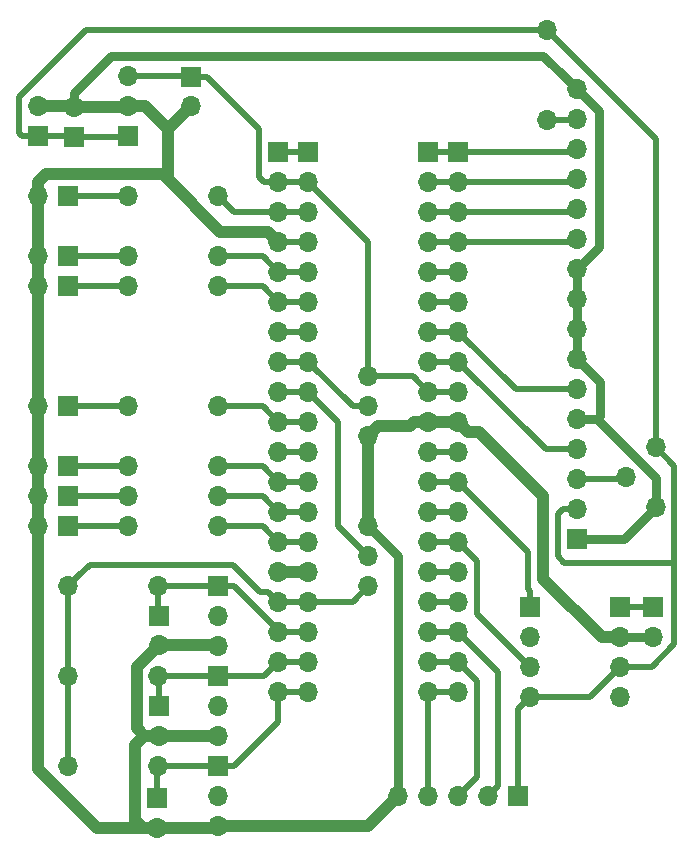
<source format=gbr>
G04 #@! TF.GenerationSoftware,KiCad,Pcbnew,(5.0.1)-4*
G04 #@! TF.CreationDate,2019-04-11T16:09:22-04:00*
G04 #@! TF.ProjectId,EEDesignFinal,454544657369676E46696E616C2E6B69,rev?*
G04 #@! TF.SameCoordinates,Original*
G04 #@! TF.FileFunction,Copper,L1,Top,Signal*
G04 #@! TF.FilePolarity,Positive*
%FSLAX46Y46*%
G04 Gerber Fmt 4.6, Leading zero omitted, Abs format (unit mm)*
G04 Created by KiCad (PCBNEW (5.0.1)-4) date 4/11/2019 4:09:22 PM*
%MOMM*%
%LPD*%
G01*
G04 APERTURE LIST*
G04 #@! TA.AperFunction,ComponentPad*
%ADD10O,1.700000X1.700000*%
G04 #@! TD*
G04 #@! TA.AperFunction,ComponentPad*
%ADD11R,1.700000X1.700000*%
G04 #@! TD*
G04 #@! TA.AperFunction,Conductor*
%ADD12C,0.500000*%
G04 #@! TD*
G04 #@! TA.AperFunction,Conductor*
%ADD13C,1.000000*%
G04 #@! TD*
G04 #@! TA.AperFunction,Conductor*
%ADD14C,0.800000*%
G04 #@! TD*
G04 APERTURE END LIST*
D10*
G04 #@! TO.P,J11,16*
G04 #@! TO.N,/GND*
X88760000Y-64590000D03*
G04 #@! TO.P,J11,15*
G04 #@! TO.N,Net-(J11-Pad15)*
X88760000Y-67130000D03*
G04 #@! TO.P,J11,14*
G04 #@! TO.N,/P1_7*
X88760000Y-69670000D03*
G04 #@! TO.P,J11,13*
G04 #@! TO.N,/P1_6*
X88760000Y-72210000D03*
G04 #@! TO.P,J11,12*
G04 #@! TO.N,/P1_5*
X88760000Y-74750000D03*
G04 #@! TO.P,J11,11*
G04 #@! TO.N,/P1_4*
X88760000Y-77290000D03*
G04 #@! TO.P,J11,10*
G04 #@! TO.N,/GND*
X88760000Y-79830000D03*
G04 #@! TO.P,J11,9*
X88760000Y-82370000D03*
G04 #@! TO.P,J11,8*
X88760000Y-84910000D03*
G04 #@! TO.P,J11,7*
X88760000Y-87450000D03*
G04 #@! TO.P,J11,6*
G04 #@! TO.N,/P1_1*
X88760000Y-89990000D03*
G04 #@! TO.P,J11,5*
G04 #@! TO.N,/GND*
X88760000Y-92530000D03*
G04 #@! TO.P,J11,4*
G04 #@! TO.N,/P1_0*
X88760000Y-95070000D03*
G04 #@! TO.P,J11,3*
G04 #@! TO.N,/contrast*
X88760000Y-97610000D03*
G04 #@! TO.P,J11,2*
G04 #@! TO.N,/Vin*
X88760000Y-100150000D03*
D11*
G04 #@! TO.P,J11,1*
G04 #@! TO.N,/GND*
X88760000Y-102690000D03*
G04 #@! TD*
D10*
G04 #@! TO.P,RV4,1*
G04 #@! TO.N,/VCC_TOOL*
X71120000Y-106680000D03*
G04 #@! TO.P,RV4,2*
G04 #@! TO.N,/P2_1*
X71120000Y-104140000D03*
G04 #@! TO.P,RV4,3*
G04 #@! TO.N,/GND*
X71120000Y-101600000D03*
G04 #@! TD*
G04 #@! TO.P,RV3,1*
G04 #@! TO.N,/VCC_TOOL*
X71120000Y-88900000D03*
G04 #@! TO.P,RV3,2*
G04 #@! TO.N,/P2_0*
X71120000Y-91440000D03*
G04 #@! TO.P,RV3,3*
G04 #@! TO.N,/GND*
X71120000Y-93980000D03*
G04 #@! TD*
G04 #@! TO.P,RV2,1*
G04 #@! TO.N,/Vin*
X95430000Y-94920000D03*
G04 #@! TO.P,RV2,2*
G04 #@! TO.N,/contrast*
X92890000Y-97460000D03*
G04 #@! TO.P,RV2,3*
G04 #@! TO.N,/GND*
X95430000Y-100000000D03*
G04 #@! TD*
G04 #@! TO.P,R11,1*
G04 #@! TO.N,Net-(D7-Pad1)*
X50800000Y-101600000D03*
G04 #@! TO.P,R11,2*
G04 #@! TO.N,/P3_3*
X58420000Y-101600000D03*
G04 #@! TD*
G04 #@! TO.P,R10,1*
G04 #@! TO.N,Net-(D6-Pad1)*
X50800000Y-99060000D03*
G04 #@! TO.P,R10,2*
G04 #@! TO.N,/P3_2*
X58420000Y-99060000D03*
G04 #@! TD*
G04 #@! TO.P,R9,2*
G04 #@! TO.N,/P3_1*
X58420000Y-96520000D03*
G04 #@! TO.P,R9,1*
G04 #@! TO.N,Net-(D5-Pad1)*
X50800000Y-96520000D03*
G04 #@! TD*
G04 #@! TO.P,R8,1*
G04 #@! TO.N,Net-(D4-Pad1)*
X50800000Y-73660000D03*
G04 #@! TO.P,R8,2*
G04 #@! TO.N,/P2_5*
X58420000Y-73660000D03*
G04 #@! TD*
G04 #@! TO.P,R7,1*
G04 #@! TO.N,Net-(D3-Pad1)*
X50800000Y-91440000D03*
G04 #@! TO.P,R7,2*
G04 #@! TO.N,/P2_2*
X58420000Y-91440000D03*
G04 #@! TD*
G04 #@! TO.P,R6,2*
G04 #@! TO.N,/P2_6*
X58420000Y-81280000D03*
G04 #@! TO.P,R6,1*
G04 #@! TO.N,Net-(D2-Pad1)*
X50800000Y-81280000D03*
G04 #@! TD*
G04 #@! TO.P,R5,2*
G04 #@! TO.N,/P2_7*
X58420000Y-78740000D03*
G04 #@! TO.P,R5,1*
G04 #@! TO.N,Net-(D1-Pad1)*
X50800000Y-78740000D03*
G04 #@! TD*
G04 #@! TO.P,R4,1*
G04 #@! TO.N,Net-(J11-Pad15)*
X86220000Y-67220000D03*
G04 #@! TO.P,R4,2*
G04 #@! TO.N,/Vin*
X86220000Y-59600000D03*
G04 #@! TD*
G04 #@! TO.P,R3,1*
G04 #@! TO.N,/P4_0*
X53340000Y-106680000D03*
G04 #@! TO.P,R3,2*
G04 #@! TO.N,/VCC_TOOL*
X45720000Y-106680000D03*
G04 #@! TD*
G04 #@! TO.P,R2,2*
G04 #@! TO.N,/VCC_TOOL*
X45720000Y-114300000D03*
G04 #@! TO.P,R2,1*
G04 #@! TO.N,/P4_1*
X53340000Y-114300000D03*
G04 #@! TD*
G04 #@! TO.P,R1,1*
G04 #@! TO.N,/P4_2*
X53340000Y-121920000D03*
G04 #@! TO.P,R1,2*
G04 #@! TO.N,/VCC_TOOL*
X45720000Y-121920000D03*
G04 #@! TD*
D11*
G04 #@! TO.P,J17,1*
G04 #@! TO.N,/P1_7*
X76200000Y-69885001D03*
D10*
G04 #@! TO.P,J17,2*
G04 #@! TO.N,/P1_6*
X76200000Y-72425001D03*
G04 #@! TO.P,J17,3*
G04 #@! TO.N,/P1_5*
X76200000Y-74965001D03*
G04 #@! TO.P,J17,4*
G04 #@! TO.N,/P1_4*
X76200000Y-77505001D03*
G04 #@! TO.P,J17,5*
G04 #@! TO.N,/P1_3*
X76200000Y-80045001D03*
G04 #@! TO.P,J17,6*
G04 #@! TO.N,/P1_2*
X76200000Y-82585001D03*
G04 #@! TO.P,J17,7*
G04 #@! TO.N,/P1_1*
X76200000Y-85125001D03*
G04 #@! TO.P,J17,8*
G04 #@! TO.N,/P1_0*
X76200000Y-87665001D03*
G04 #@! TO.P,J17,9*
G04 #@! TO.N,/VCC_TOOL*
X76200000Y-90205001D03*
G04 #@! TO.P,J17,10*
G04 #@! TO.N,/GND*
X76200000Y-92745001D03*
G04 #@! TO.P,J17,11*
G04 #@! TO.N,/P3_7*
X76200000Y-95285001D03*
G04 #@! TO.P,J17,12*
G04 #@! TO.N,/P3_6*
X76200000Y-97825001D03*
G04 #@! TO.P,J17,13*
G04 #@! TO.N,/P3_5*
X76200000Y-100365001D03*
G04 #@! TO.P,J17,14*
G04 #@! TO.N,/P3_4*
X76200000Y-102905001D03*
G04 #@! TO.P,J17,15*
G04 #@! TO.N,/P4_7*
X76200000Y-105445001D03*
G04 #@! TO.P,J17,16*
G04 #@! TO.N,/P4_6*
X76200000Y-107985001D03*
G04 #@! TO.P,J17,17*
G04 #@! TO.N,/P4_5*
X76200000Y-110525001D03*
G04 #@! TO.P,J17,18*
G04 #@! TO.N,/P4_4*
X76200000Y-113065001D03*
G04 #@! TO.P,J17,19*
G04 #@! TO.N,/P4_3*
X76200000Y-115605001D03*
G04 #@! TD*
G04 #@! TO.P,J16,19*
G04 #@! TO.N,/P4_2*
X66040000Y-115605001D03*
G04 #@! TO.P,J16,18*
G04 #@! TO.N,/P4_1*
X66040000Y-113065001D03*
G04 #@! TO.P,J16,17*
G04 #@! TO.N,/P4_0*
X66040000Y-110525001D03*
G04 #@! TO.P,J16,16*
G04 #@! TO.N,/VCC_TOOL*
X66040000Y-107985001D03*
G04 #@! TO.P,J16,15*
G04 #@! TO.N,/NC*
X66040000Y-105445001D03*
G04 #@! TO.P,J16,14*
G04 #@! TO.N,/P3_3*
X66040000Y-102905001D03*
G04 #@! TO.P,J16,13*
G04 #@! TO.N,/P3_2*
X66040000Y-100365001D03*
G04 #@! TO.P,J16,12*
G04 #@! TO.N,/P3_1*
X66040000Y-97825001D03*
G04 #@! TO.P,J16,11*
G04 #@! TO.N,/P3_0*
X66040000Y-95285001D03*
G04 #@! TO.P,J16,10*
G04 #@! TO.N,/P2_2*
X66040000Y-92745001D03*
G04 #@! TO.P,J16,9*
G04 #@! TO.N,/P2_1*
X66040000Y-90205001D03*
G04 #@! TO.P,J16,8*
G04 #@! TO.N,/P2_0*
X66040000Y-87665001D03*
G04 #@! TO.P,J16,7*
G04 #@! TO.N,/TDO_TDI*
X66040000Y-85125001D03*
G04 #@! TO.P,J16,6*
G04 #@! TO.N,/P2_6*
X66040000Y-82585001D03*
G04 #@! TO.P,J16,5*
G04 #@! TO.N,/P2_7*
X66040000Y-80045001D03*
G04 #@! TO.P,J16,4*
G04 #@! TO.N,/GND*
X66040000Y-77505001D03*
G04 #@! TO.P,J16,3*
G04 #@! TO.N,/P2_5*
X66040000Y-74965001D03*
G04 #@! TO.P,J16,2*
G04 #@! TO.N,/VCC_TOOL*
X66040000Y-72425001D03*
D11*
G04 #@! TO.P,J16,1*
G04 #@! TO.N,/TEST_VPP*
X66040000Y-69885001D03*
G04 #@! TD*
D10*
G04 #@! TO.P,J12,2*
G04 #@! TO.N,/GND*
X95260000Y-110980000D03*
D11*
G04 #@! TO.P,J12,1*
G04 #@! TO.N,/dac_out*
X95260000Y-108440000D03*
G04 #@! TD*
D10*
G04 #@! TO.P,J10,4*
G04 #@! TO.N,Net-(J10-Pad4)*
X92440000Y-116050000D03*
G04 #@! TO.P,J10,3*
G04 #@! TO.N,/Vin*
X92440000Y-113510000D03*
G04 #@! TO.P,J10,2*
G04 #@! TO.N,/GND*
X92440000Y-110970000D03*
D11*
G04 #@! TO.P,J10,1*
G04 #@! TO.N,/dac_out*
X92440000Y-108430000D03*
G04 #@! TD*
D10*
G04 #@! TO.P,J9,5*
G04 #@! TO.N,/GND*
X73660000Y-124460000D03*
G04 #@! TO.P,J9,4*
G04 #@! TO.N,/P4_3*
X76200000Y-124460000D03*
G04 #@! TO.P,J9,3*
G04 #@! TO.N,/P4_4*
X78740000Y-124460000D03*
G04 #@! TO.P,J9,2*
G04 #@! TO.N,/P4_5*
X81280000Y-124460000D03*
D11*
G04 #@! TO.P,J9,1*
G04 #@! TO.N,/Vin*
X83820000Y-124460000D03*
G04 #@! TD*
D10*
G04 #@! TO.P,J8,19*
G04 #@! TO.N,/P4_3*
X78740000Y-115605001D03*
G04 #@! TO.P,J8,18*
G04 #@! TO.N,/P4_4*
X78740000Y-113065001D03*
G04 #@! TO.P,J8,17*
G04 #@! TO.N,/P4_5*
X78740000Y-110525001D03*
G04 #@! TO.P,J8,16*
G04 #@! TO.N,/P4_6*
X78740000Y-107985001D03*
G04 #@! TO.P,J8,15*
G04 #@! TO.N,/P4_7*
X78740000Y-105445001D03*
G04 #@! TO.P,J8,14*
G04 #@! TO.N,/P3_4*
X78740000Y-102905001D03*
G04 #@! TO.P,J8,13*
G04 #@! TO.N,/P3_5*
X78740000Y-100365001D03*
G04 #@! TO.P,J8,12*
G04 #@! TO.N,/P3_6*
X78740000Y-97825001D03*
G04 #@! TO.P,J8,11*
G04 #@! TO.N,/P3_7*
X78740000Y-95285001D03*
G04 #@! TO.P,J8,10*
G04 #@! TO.N,/GND*
X78740000Y-92745001D03*
G04 #@! TO.P,J8,9*
G04 #@! TO.N,/VCC_TOOL*
X78740000Y-90205001D03*
G04 #@! TO.P,J8,8*
G04 #@! TO.N,/P1_0*
X78740000Y-87665001D03*
G04 #@! TO.P,J8,7*
G04 #@! TO.N,/P1_1*
X78740000Y-85125001D03*
G04 #@! TO.P,J8,6*
G04 #@! TO.N,/P1_2*
X78740000Y-82585001D03*
G04 #@! TO.P,J8,5*
G04 #@! TO.N,/P1_3*
X78740000Y-80045001D03*
G04 #@! TO.P,J8,4*
G04 #@! TO.N,/P1_4*
X78740000Y-77505001D03*
G04 #@! TO.P,J8,3*
G04 #@! TO.N,/P1_5*
X78740000Y-74965001D03*
G04 #@! TO.P,J8,2*
G04 #@! TO.N,/P1_6*
X78740000Y-72425001D03*
D11*
G04 #@! TO.P,J8,1*
G04 #@! TO.N,/P1_7*
X78740000Y-69885001D03*
G04 #@! TD*
D10*
G04 #@! TO.P,J7,2*
G04 #@! TO.N,/GND*
X43180000Y-66040000D03*
D11*
G04 #@! TO.P,J7,1*
G04 #@! TO.N,/Vin*
X43180000Y-68580000D03*
G04 #@! TD*
D10*
G04 #@! TO.P,J6,4*
G04 #@! TO.N,/Vin*
X84820000Y-116050000D03*
G04 #@! TO.P,J6,3*
G04 #@! TO.N,/P3_4*
X84820000Y-113510000D03*
G04 #@! TO.P,J6,2*
G04 #@! TO.N,/P3_0*
X84820000Y-110970000D03*
D11*
G04 #@! TO.P,J6,1*
G04 #@! TO.N,/P3_6*
X84820000Y-108430000D03*
G04 #@! TD*
G04 #@! TO.P,J5,1*
G04 #@! TO.N,/TEST_VPP*
X63500000Y-69885001D03*
D10*
G04 #@! TO.P,J5,2*
G04 #@! TO.N,/VCC_TOOL*
X63500000Y-72425001D03*
G04 #@! TO.P,J5,3*
G04 #@! TO.N,/P2_5*
X63500000Y-74965001D03*
G04 #@! TO.P,J5,4*
G04 #@! TO.N,/GND*
X63500000Y-77505001D03*
G04 #@! TO.P,J5,5*
G04 #@! TO.N,/P2_7*
X63500000Y-80045001D03*
G04 #@! TO.P,J5,6*
G04 #@! TO.N,/P2_6*
X63500000Y-82585001D03*
G04 #@! TO.P,J5,7*
G04 #@! TO.N,/TDO_TDI*
X63500000Y-85125001D03*
G04 #@! TO.P,J5,8*
G04 #@! TO.N,/P2_0*
X63500000Y-87665001D03*
G04 #@! TO.P,J5,9*
G04 #@! TO.N,/P2_1*
X63500000Y-90205001D03*
G04 #@! TO.P,J5,10*
G04 #@! TO.N,/P2_2*
X63500000Y-92745001D03*
G04 #@! TO.P,J5,11*
G04 #@! TO.N,/P3_0*
X63500000Y-95285001D03*
G04 #@! TO.P,J5,12*
G04 #@! TO.N,/P3_1*
X63500000Y-97825001D03*
G04 #@! TO.P,J5,13*
G04 #@! TO.N,/P3_2*
X63500000Y-100365001D03*
G04 #@! TO.P,J5,14*
G04 #@! TO.N,/P3_3*
X63500000Y-102905001D03*
G04 #@! TO.P,J5,15*
G04 #@! TO.N,/NC*
X63500000Y-105445001D03*
G04 #@! TO.P,J5,16*
G04 #@! TO.N,/VCC_TOOL*
X63500000Y-107985001D03*
G04 #@! TO.P,J5,17*
G04 #@! TO.N,/P4_0*
X63500000Y-110525001D03*
G04 #@! TO.P,J5,18*
G04 #@! TO.N,/P4_1*
X63500000Y-113065001D03*
G04 #@! TO.P,J5,19*
G04 #@! TO.N,/P4_2*
X63500000Y-115605001D03*
G04 #@! TD*
D11*
G04 #@! TO.P,J4,1*
G04 #@! TO.N,/P4_0*
X58420000Y-106680000D03*
D10*
G04 #@! TO.P,J4,2*
G04 #@! TO.N,Net-(J4-Pad2)*
X58420000Y-109220000D03*
G04 #@! TO.P,J4,3*
G04 #@! TO.N,/GND*
X58420000Y-111760000D03*
G04 #@! TD*
G04 #@! TO.P,J3,3*
G04 #@! TO.N,/GND*
X58420000Y-119380000D03*
G04 #@! TO.P,J3,2*
G04 #@! TO.N,Net-(J3-Pad2)*
X58420000Y-116840000D03*
D11*
G04 #@! TO.P,J3,1*
G04 #@! TO.N,/P4_1*
X58420000Y-114300000D03*
G04 #@! TD*
G04 #@! TO.P,J2,1*
G04 #@! TO.N,/P4_2*
X58420000Y-121920000D03*
D10*
G04 #@! TO.P,J2,2*
G04 #@! TO.N,Net-(J2-Pad2)*
X58420000Y-124460000D03*
G04 #@! TO.P,J2,3*
G04 #@! TO.N,/GND*
X58420000Y-127000000D03*
G04 #@! TD*
G04 #@! TO.P,J1,3*
G04 #@! TO.N,/VCC_TOOL*
X50800000Y-63500000D03*
G04 #@! TO.P,J1,2*
G04 #@! TO.N,/GND*
X50800000Y-66040000D03*
D11*
G04 #@! TO.P,J1,1*
G04 #@! TO.N,/Vin*
X50800000Y-68580000D03*
G04 #@! TD*
G04 #@! TO.P,D7,1*
G04 #@! TO.N,Net-(D7-Pad1)*
X45720000Y-101600000D03*
D10*
G04 #@! TO.P,D7,2*
G04 #@! TO.N,/GND*
X43180000Y-101600000D03*
G04 #@! TD*
G04 #@! TO.P,D6,2*
G04 #@! TO.N,/GND*
X43180000Y-99060000D03*
D11*
G04 #@! TO.P,D6,1*
G04 #@! TO.N,Net-(D6-Pad1)*
X45720000Y-99060000D03*
G04 #@! TD*
D10*
G04 #@! TO.P,D5,2*
G04 #@! TO.N,/GND*
X43180000Y-96520000D03*
D11*
G04 #@! TO.P,D5,1*
G04 #@! TO.N,Net-(D5-Pad1)*
X45720000Y-96520000D03*
G04 #@! TD*
G04 #@! TO.P,D4,1*
G04 #@! TO.N,Net-(D4-Pad1)*
X45720000Y-73660000D03*
D10*
G04 #@! TO.P,D4,2*
G04 #@! TO.N,/GND*
X43180000Y-73660000D03*
G04 #@! TD*
G04 #@! TO.P,D3,2*
G04 #@! TO.N,/GND*
X43180000Y-91440000D03*
D11*
G04 #@! TO.P,D3,1*
G04 #@! TO.N,Net-(D3-Pad1)*
X45720000Y-91440000D03*
G04 #@! TD*
D10*
G04 #@! TO.P,D2,2*
G04 #@! TO.N,/GND*
X43180000Y-81280000D03*
D11*
G04 #@! TO.P,D2,1*
G04 #@! TO.N,Net-(D2-Pad1)*
X45720000Y-81280000D03*
G04 #@! TD*
G04 #@! TO.P,D1,1*
G04 #@! TO.N,Net-(D1-Pad1)*
X45720000Y-78740000D03*
D10*
G04 #@! TO.P,D1,2*
G04 #@! TO.N,/GND*
X43180000Y-78740000D03*
G04 #@! TD*
D11*
G04 #@! TO.P,C1,1*
G04 #@! TO.N,/Vin*
X46170000Y-68610000D03*
D10*
G04 #@! TO.P,C1,2*
G04 #@! TO.N,/GND*
X46170000Y-66110000D03*
G04 #@! TD*
G04 #@! TO.P,C2,2*
G04 #@! TO.N,/GND*
X56090000Y-66020000D03*
D11*
G04 #@! TO.P,C2,1*
G04 #@! TO.N,/VCC_TOOL*
X56090000Y-63520000D03*
G04 #@! TD*
G04 #@! TO.P,C3,1*
G04 #@! TO.N,/P4_2*
X53210000Y-124600000D03*
D10*
G04 #@! TO.P,C3,2*
G04 #@! TO.N,/GND*
X53210000Y-127100000D03*
G04 #@! TD*
G04 #@! TO.P,C4,2*
G04 #@! TO.N,/GND*
X53360000Y-119340000D03*
D11*
G04 #@! TO.P,C4,1*
G04 #@! TO.N,/P4_1*
X53360000Y-116840000D03*
G04 #@! TD*
G04 #@! TO.P,C5,1*
G04 #@! TO.N,/P4_0*
X53360000Y-109160000D03*
D10*
G04 #@! TO.P,C5,2*
G04 #@! TO.N,/GND*
X53360000Y-111660000D03*
G04 #@! TD*
D12*
G04 #@! TO.N,/TEST_VPP*
X63500000Y-69885001D02*
X66040000Y-69885001D01*
G04 #@! TO.N,/VCC_TOOL*
X76200000Y-90205001D02*
X78740000Y-90205001D01*
X63500000Y-72425001D02*
X66040000Y-72425001D01*
X74894999Y-88900000D02*
X76200000Y-90205001D01*
X71120000Y-88900000D02*
X74894999Y-88900000D01*
X71120000Y-77505001D02*
X71120000Y-88900000D01*
X66040000Y-72425001D02*
X71120000Y-77505001D01*
X63500000Y-107985001D02*
X66040000Y-107985001D01*
X69814999Y-107985001D02*
X71120000Y-106680000D01*
X66040000Y-107985001D02*
X69814999Y-107985001D01*
X45720000Y-121920000D02*
X45720000Y-114300000D01*
X45720000Y-114300000D02*
X45720000Y-106680000D01*
X62297919Y-72425001D02*
X63500000Y-72425001D01*
X61899999Y-72027081D02*
X62297919Y-72425001D01*
X61899999Y-67979999D02*
X61899999Y-72027081D01*
X57440000Y-63520000D02*
X61899999Y-67979999D01*
X56090000Y-63520000D02*
X57440000Y-63520000D01*
X56070000Y-63500000D02*
X56090000Y-63520000D01*
X50800000Y-63500000D02*
X56070000Y-63500000D01*
X46569999Y-105830001D02*
X45720000Y-106680000D01*
X47520001Y-104879999D02*
X46569999Y-105830001D01*
X59667069Y-104879999D02*
X47520001Y-104879999D01*
X61922072Y-107135002D02*
X59667069Y-104879999D01*
X62650001Y-107135002D02*
X61922072Y-107135002D01*
X63500000Y-107985001D02*
X62650001Y-107135002D01*
G04 #@! TO.N,/GND*
X63500000Y-77505001D02*
X66040000Y-77505001D01*
D13*
X76200000Y-92745001D02*
X78740000Y-92745001D01*
G04 #@! TO.N,/NC*
X63500000Y-105445001D02*
X66040000Y-105445001D01*
G04 #@! TO.N,/GND*
X71120000Y-101600000D02*
X71120000Y-93980000D01*
X58320000Y-111660000D02*
X58420000Y-111760000D01*
X53360000Y-111660000D02*
X58320000Y-111660000D01*
X58380000Y-119340000D02*
X58420000Y-119380000D01*
X53360000Y-119340000D02*
X58380000Y-119340000D01*
X58320000Y-127100000D02*
X58420000Y-127000000D01*
X53210000Y-127100000D02*
X58320000Y-127100000D01*
X51359999Y-120137920D02*
X52157919Y-119340000D01*
X51359999Y-126452080D02*
X51359999Y-120137920D01*
X52007919Y-127100000D02*
X51359999Y-126452080D01*
X52510001Y-112509999D02*
X53360000Y-111660000D01*
X51489999Y-113530001D02*
X52510001Y-112509999D01*
X51489999Y-118672080D02*
X51489999Y-113530001D01*
X52157919Y-119340000D02*
X51489999Y-118672080D01*
X53360000Y-119340000D02*
X52157919Y-119340000D01*
X71120000Y-127000000D02*
X73660000Y-124460000D01*
X58420000Y-127000000D02*
X71120000Y-127000000D01*
X79589999Y-93595000D02*
X78740000Y-92745001D01*
X80514978Y-93595000D02*
X79589999Y-93595000D01*
X85909989Y-98990011D02*
X80514978Y-93595000D01*
X85909989Y-106019987D02*
X85909989Y-98990011D01*
X90860002Y-110970000D02*
X85909989Y-106019987D01*
X92440000Y-110970000D02*
X90860002Y-110970000D01*
X43180000Y-101600000D02*
X43180000Y-99060000D01*
X43180000Y-99060000D02*
X43180000Y-96520000D01*
X43180000Y-96520000D02*
X43180000Y-91440000D01*
X43180000Y-91440000D02*
X43180000Y-81280000D01*
X43180000Y-81280000D02*
X43180000Y-78740000D01*
X43180000Y-78740000D02*
X43180000Y-73660000D01*
X62650001Y-76655002D02*
X63500000Y-77505001D01*
X58585002Y-76655002D02*
X62650001Y-76655002D01*
X43827920Y-71809999D02*
X53739999Y-71809999D01*
X43180000Y-72457919D02*
X43827920Y-71809999D01*
X43180000Y-73660000D02*
X43180000Y-72457919D01*
X54140000Y-67970000D02*
X56090000Y-66020000D01*
X54140000Y-72210000D02*
X54140000Y-67970000D01*
X54140000Y-72210000D02*
X58585002Y-76655002D01*
X53739999Y-71809999D02*
X54140000Y-72210000D01*
X52210000Y-66040000D02*
X50800000Y-66040000D01*
X54140000Y-67970000D02*
X52210000Y-66040000D01*
X50730000Y-66110000D02*
X50800000Y-66040000D01*
X46170000Y-66110000D02*
X50730000Y-66110000D01*
X46100000Y-66040000D02*
X46170000Y-66110000D01*
X43180000Y-66040000D02*
X46100000Y-66040000D01*
X52007919Y-127100000D02*
X53210000Y-127100000D01*
X48161998Y-127100000D02*
X52007919Y-127100000D01*
X43180000Y-122118002D02*
X48161998Y-127100000D01*
X43180000Y-101600000D02*
X43180000Y-122118002D01*
D14*
X92740000Y-102690000D02*
X95430000Y-100000000D01*
X88760000Y-102690000D02*
X92740000Y-102690000D01*
X89962081Y-92530000D02*
X88760000Y-92530000D01*
X90449998Y-92530000D02*
X89962081Y-92530000D01*
X95430000Y-97510002D02*
X90449998Y-92530000D01*
X95430000Y-100000000D02*
X95430000Y-97510002D01*
X89609999Y-88299999D02*
X88760000Y-87450000D01*
X90700000Y-89390000D02*
X89609999Y-88299999D01*
X90700000Y-92279998D02*
X90700000Y-89390000D01*
X90449998Y-92530000D02*
X90700000Y-92279998D01*
X89609999Y-78980001D02*
X89630001Y-78980001D01*
X88760000Y-79830000D02*
X89609999Y-78980001D01*
X89630001Y-78980001D02*
X90640000Y-77970002D01*
X90640000Y-66470000D02*
X88760000Y-64590000D01*
X90640000Y-77970002D02*
X90640000Y-66470000D01*
X87910001Y-63740001D02*
X88760000Y-64590000D01*
X85919999Y-61749999D02*
X87910001Y-63740001D01*
X49327920Y-61749999D02*
X85919999Y-61749999D01*
X46170000Y-64907919D02*
X49327920Y-61749999D01*
X46170000Y-66110000D02*
X46170000Y-64907919D01*
X88760000Y-87450000D02*
X88760000Y-84910000D01*
X88760000Y-84910000D02*
X88760000Y-82370000D01*
X88760000Y-82370000D02*
X88760000Y-79830000D01*
X73660000Y-104140000D02*
X73660000Y-124460000D01*
X71120000Y-101600000D02*
X73660000Y-104140000D01*
X95250000Y-110970000D02*
X95260000Y-110980000D01*
X92440000Y-110970000D02*
X95250000Y-110970000D01*
D13*
X74997919Y-92745001D02*
X76200000Y-92745001D01*
X74612919Y-93130001D02*
X74997919Y-92745001D01*
X71969999Y-93130001D02*
X74612919Y-93130001D01*
X71120000Y-93980000D02*
X71969999Y-93130001D01*
D12*
G04 #@! TO.N,/TDO_TDI*
X63500000Y-85125001D02*
X66040000Y-85125001D01*
G04 #@! TO.N,/P2_0*
X63500000Y-87665001D02*
X66040000Y-87665001D01*
X69814999Y-91440000D02*
X66040000Y-87665001D01*
X71120000Y-91440000D02*
X69814999Y-91440000D01*
G04 #@! TO.N,/P2_1*
X63500000Y-90205001D02*
X66040000Y-90205001D01*
X66889999Y-91055000D02*
X66040000Y-90205001D01*
X68580000Y-92745001D02*
X66889999Y-91055000D01*
X68580000Y-101600000D02*
X68580000Y-92745001D01*
X71120000Y-104140000D02*
X68580000Y-101600000D01*
G04 #@! TO.N,/P2_2*
X63500000Y-92745001D02*
X66040000Y-92745001D01*
X62194999Y-91440000D02*
X63500000Y-92745001D01*
X58420000Y-91440000D02*
X62194999Y-91440000D01*
G04 #@! TO.N,/P3_0*
X63500000Y-95285001D02*
X66040000Y-95285001D01*
G04 #@! TO.N,/P3_1*
X63500000Y-97825001D02*
X66040000Y-97825001D01*
X62194999Y-96520000D02*
X63500000Y-97825001D01*
X58420000Y-96520000D02*
X62194999Y-96520000D01*
G04 #@! TO.N,/P3_2*
X63500000Y-100365001D02*
X66040000Y-100365001D01*
X62194999Y-99060000D02*
X63500000Y-100365001D01*
X58420000Y-99060000D02*
X62194999Y-99060000D01*
G04 #@! TO.N,/P3_3*
X63500000Y-102905001D02*
X66040000Y-102905001D01*
X62194999Y-101600000D02*
X63500000Y-102905001D01*
X58420000Y-101600000D02*
X62194999Y-101600000D01*
G04 #@! TO.N,/P4_0*
X63500000Y-110525001D02*
X66040000Y-110525001D01*
X53340000Y-106680000D02*
X58420000Y-106680000D01*
X63500000Y-110410000D02*
X63500000Y-110525001D01*
X59770000Y-106680000D02*
X63500000Y-110410000D01*
X58420000Y-106680000D02*
X59770000Y-106680000D01*
X53340000Y-109140000D02*
X53360000Y-109160000D01*
X53340000Y-106680000D02*
X53340000Y-109140000D01*
G04 #@! TO.N,/P4_1*
X66040000Y-113065001D02*
X63500000Y-113065001D01*
X53340000Y-114300000D02*
X58420000Y-114300000D01*
X62265001Y-114300000D02*
X63500000Y-113065001D01*
X58420000Y-114300000D02*
X62265001Y-114300000D01*
X53360000Y-114320000D02*
X53340000Y-114300000D01*
X53360000Y-116840000D02*
X53360000Y-114320000D01*
G04 #@! TO.N,/P4_2*
X63500000Y-115605001D02*
X66040000Y-115605001D01*
X53340000Y-121920000D02*
X58420000Y-121920000D01*
X63500000Y-116807082D02*
X63500000Y-115605001D01*
X63500000Y-118190000D02*
X63500000Y-116807082D01*
X59770000Y-121920000D02*
X63500000Y-118190000D01*
X58420000Y-121920000D02*
X59770000Y-121920000D01*
X53210000Y-122050000D02*
X53340000Y-121920000D01*
X53210000Y-124600000D02*
X53210000Y-122050000D01*
G04 #@! TO.N,/P4_3*
X76200000Y-115605001D02*
X78740000Y-115605001D01*
X76200000Y-115605001D02*
X76200000Y-124460000D01*
G04 #@! TO.N,/P4_4*
X76200000Y-113065001D02*
X78740000Y-113065001D01*
X79589999Y-123610001D02*
X78740000Y-124460000D01*
X80340001Y-122859999D02*
X79589999Y-123610001D01*
X80340001Y-114665002D02*
X80340001Y-122859999D01*
X78740000Y-113065001D02*
X80340001Y-114665002D01*
G04 #@! TO.N,/P4_5*
X76200000Y-110525001D02*
X78740000Y-110525001D01*
X82129999Y-123610001D02*
X81280000Y-124460000D01*
X82129999Y-113915000D02*
X82129999Y-123610001D01*
X78740000Y-110525001D02*
X82129999Y-113915000D01*
G04 #@! TO.N,/P4_6*
X76200000Y-107985001D02*
X78740000Y-107985001D01*
G04 #@! TO.N,/P4_7*
X76200000Y-105445001D02*
X78740000Y-105445001D01*
G04 #@! TO.N,/P3_4*
X76200000Y-102905001D02*
X78740000Y-102905001D01*
X79589999Y-103755000D02*
X78740000Y-102905001D01*
X80340001Y-104505002D02*
X79589999Y-103755000D01*
X80340001Y-109030001D02*
X80340001Y-104505002D01*
X84820000Y-113510000D02*
X80340001Y-109030001D01*
G04 #@! TO.N,/P3_5*
X76200000Y-100365001D02*
X78740000Y-100365001D01*
G04 #@! TO.N,/P3_6*
X76200000Y-97825001D02*
X78740000Y-97825001D01*
X84820000Y-107080000D02*
X84820000Y-108430000D01*
X84659979Y-106919979D02*
X84820000Y-107080000D01*
X84659979Y-103744980D02*
X84659979Y-106919979D01*
X78740000Y-97825001D02*
X84659979Y-103744980D01*
G04 #@! TO.N,/P3_7*
X76200000Y-95285001D02*
X78740000Y-95285001D01*
G04 #@! TO.N,/P1_0*
X76200000Y-87665001D02*
X78740000Y-87665001D01*
X86144999Y-95070000D02*
X88760000Y-95070000D01*
X78740000Y-87665001D02*
X86144999Y-95070000D01*
G04 #@! TO.N,/P1_1*
X76200000Y-85125001D02*
X78740000Y-85125001D01*
X83604999Y-89990000D02*
X88760000Y-89990000D01*
X78740000Y-85125001D02*
X83604999Y-89990000D01*
G04 #@! TO.N,/P1_2*
X76200000Y-82585001D02*
X78740000Y-82585001D01*
G04 #@! TO.N,/P1_3*
X76200000Y-80045001D02*
X78740000Y-80045001D01*
G04 #@! TO.N,/P1_4*
X76200000Y-77505001D02*
X78740000Y-77505001D01*
X88544999Y-77505001D02*
X88760000Y-77290000D01*
X78740000Y-77505001D02*
X88544999Y-77505001D01*
G04 #@! TO.N,/P1_5*
X76200000Y-74965001D02*
X78740000Y-74965001D01*
X88544999Y-74965001D02*
X88760000Y-74750000D01*
X78740000Y-74965001D02*
X88544999Y-74965001D01*
G04 #@! TO.N,/P1_6*
X76200000Y-72425001D02*
X78740000Y-72425001D01*
X88544999Y-72425001D02*
X88760000Y-72210000D01*
X78740000Y-72425001D02*
X88544999Y-72425001D01*
G04 #@! TO.N,/P1_7*
X76200000Y-69885001D02*
X78740000Y-69885001D01*
X88544999Y-69885001D02*
X88760000Y-69670000D01*
X78740000Y-69885001D02*
X88544999Y-69885001D01*
G04 #@! TO.N,/Vin*
X89900000Y-116050000D02*
X92440000Y-113510000D01*
X84820000Y-116050000D02*
X89900000Y-116050000D01*
X83820000Y-117050000D02*
X84820000Y-116050000D01*
X83820000Y-124460000D02*
X83820000Y-117050000D01*
X85088630Y-59600000D02*
X86220000Y-59600000D01*
X47251998Y-59600000D02*
X85088630Y-59600000D01*
X41579999Y-65271999D02*
X47251998Y-59600000D01*
X41579999Y-68329999D02*
X41579999Y-65271999D01*
X41830000Y-68580000D02*
X41579999Y-68329999D01*
X43180000Y-68580000D02*
X41830000Y-68580000D01*
X46140000Y-68580000D02*
X46170000Y-68610000D01*
X43180000Y-68580000D02*
X46140000Y-68580000D01*
X50770000Y-68610000D02*
X50800000Y-68580000D01*
X46170000Y-68610000D02*
X50770000Y-68610000D01*
X97030001Y-96520001D02*
X97030001Y-100768001D01*
X95430000Y-94920000D02*
X97030001Y-96520001D01*
X95430000Y-68810000D02*
X95430000Y-94920000D01*
X86220000Y-59600000D02*
X95430000Y-68810000D01*
X95098002Y-113510000D02*
X97030001Y-111578001D01*
X92440000Y-113510000D02*
X95098002Y-113510000D01*
X97030001Y-104680000D02*
X97030001Y-100768001D01*
X97030001Y-111578001D02*
X97030001Y-104680000D01*
X87557919Y-100150000D02*
X88760000Y-100150000D01*
X87159999Y-100547920D02*
X87557919Y-100150000D01*
X87159999Y-104140001D02*
X87159999Y-100547920D01*
X87699998Y-104680000D02*
X87159999Y-104140001D01*
X97030001Y-104680000D02*
X87699998Y-104680000D01*
G04 #@! TO.N,Net-(D1-Pad1)*
X47120000Y-78740000D02*
X50800000Y-78740000D01*
X45720000Y-78740000D02*
X47120000Y-78740000D01*
G04 #@! TO.N,Net-(D2-Pad1)*
X45720000Y-81280000D02*
X50800000Y-81280000D01*
G04 #@! TO.N,Net-(D3-Pad1)*
X50800000Y-91440000D02*
X45720000Y-91440000D01*
G04 #@! TO.N,Net-(D4-Pad1)*
X50800000Y-73660000D02*
X45720000Y-73660000D01*
G04 #@! TO.N,Net-(D5-Pad1)*
X50800000Y-96520000D02*
X45720000Y-96520000D01*
G04 #@! TO.N,Net-(D6-Pad1)*
X50800000Y-99060000D02*
X45720000Y-99060000D01*
G04 #@! TO.N,Net-(D7-Pad1)*
X50800000Y-101600000D02*
X45720000Y-101600000D01*
G04 #@! TO.N,/P2_5*
X63500000Y-74965001D02*
X66040000Y-74965001D01*
X59725001Y-74965001D02*
X58420000Y-73660000D01*
X63500000Y-74965001D02*
X59725001Y-74965001D01*
G04 #@! TO.N,/P2_7*
X63500000Y-80045001D02*
X66040000Y-80045001D01*
X62194999Y-78740000D02*
X63500000Y-80045001D01*
X58420000Y-78740000D02*
X62194999Y-78740000D01*
G04 #@! TO.N,/P2_6*
X63500000Y-82585001D02*
X66040000Y-82585001D01*
X62194999Y-81280000D02*
X63500000Y-82585001D01*
X58420000Y-81280000D02*
X62194999Y-81280000D01*
G04 #@! TO.N,/dac_out*
X95250000Y-108430000D02*
X95260000Y-108440000D01*
X92440000Y-108430000D02*
X95250000Y-108430000D01*
G04 #@! TO.N,/contrast*
X92740000Y-97610000D02*
X92890000Y-97460000D01*
X88760000Y-97610000D02*
X92740000Y-97610000D01*
G04 #@! TO.N,Net-(J11-Pad15)*
X88670000Y-67220000D02*
X88760000Y-67130000D01*
X86220000Y-67220000D02*
X88670000Y-67220000D01*
G04 #@! TD*
M02*

</source>
